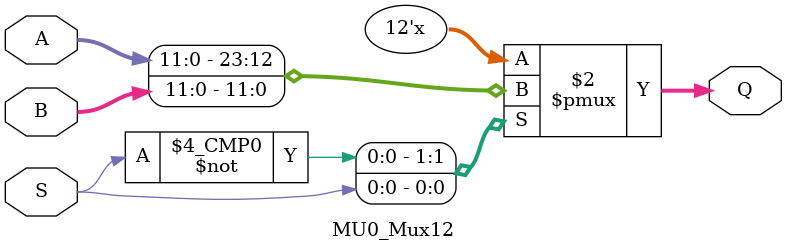
<source format=v>

`timescale 1ns/100ps

// for simulation purposes, do not delete
`default_nettype none


module MU0_Mux12 (
input  wire [11:0] A, 
input  wire [11:0] B, 
input  wire        S, 
output reg  [11:0] Q);

// Combinatorial logic for 2to1 multiplexor
// S is select, A channel0, B channel1

always @ (*)
  case(S)
    0: Q = A;
	1: Q = B;
    default: Q = 12'b0000_0000_0000;
  endcase

endmodule 

// for simulation purposes, do not delete
`default_nettype wire

</source>
